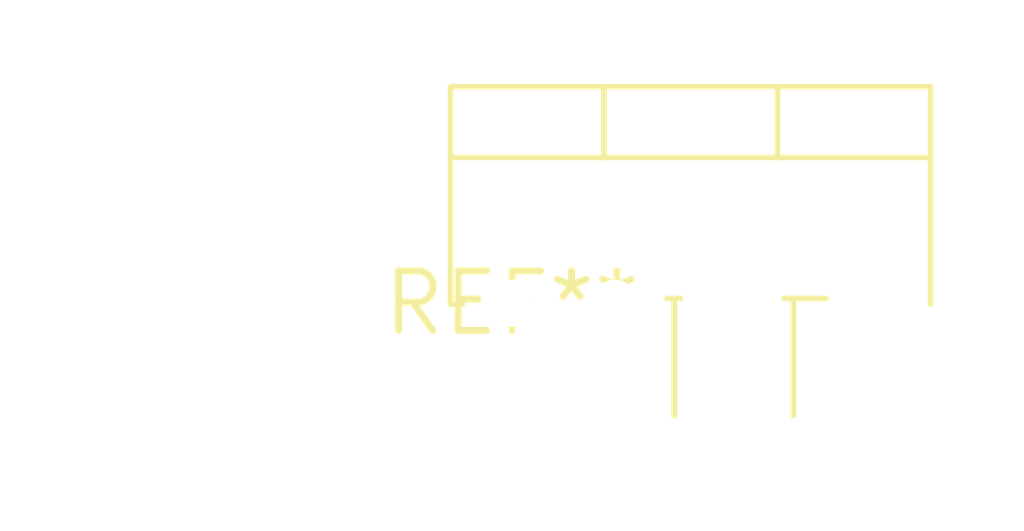
<source format=kicad_pcb>
(kicad_pcb (version 20240108) (generator pcbnew)
  (layers (0 "F.Cu" signal) (31 "B.Cu" signal) (34 "B.Paste" user) (35 "F.Paste" user) (36 "B.SilkS" user "B.Silkscreen") (37 "F.SilkS" user "F.Silkscreen") (38 "B.Mask" user) (39 "F.Mask" user) (44 "Edge.Cuts" user))
  (net 0 "")
  (footprint "Fairchild_TO-220F-6L" (layer "F.Cu") (at 0 0)
    (property "Reference" "REF**")
    (property "Value" "Fairchild_TO-220F-6L")
    (fp_line (start -1.31 -4.62) (end -1.31 0.021) (layer "F.SilkS") (stroke (width 0.12)))
    (fp_line (start -1.31 -4.62) (end 8.93 -4.62) (layer "F.SilkS") (stroke (width 0.12)))
    (fp_line (start -1.31 -3.111) (end 8.93 -3.111) (layer "F.SilkS") (stroke (width 0.12)))
    (fp_line (start -1.31 0.021) (end -1.05 0.021) (layer "F.SilkS") (stroke (width 0.12)))
    (fp_line (start 1.96 -4.62) (end 1.96 -3.111) (layer "F.SilkS") (stroke (width 0.12)))
    (fp_line (start 3.3 -0.1) (end 3.6 -0.1) (layer "F.SilkS") (stroke (width 0.12)))
    (fp_line (start 3.46 2.4) (end 3.46 -0.1) (layer "F.SilkS") (stroke (width 0.12)))
    (fp_line (start 5.66 -4.62) (end 5.66 -3.111) (layer "F.SilkS") (stroke (width 0.12)))
    (fp_line (start 5.8 -0.1) (end 6.7 -0.1) (layer "F.SilkS") (stroke (width 0.12)))
    (fp_line (start 6 -0.1) (end 6 2.4) (layer "F.SilkS") (stroke (width 0.12)))
    (fp_line (start 8.93 -4.62) (end 8.93 0.021) (layer "F.SilkS") (stroke (width 0.12)))
    (pad "1" thru_hole rect (at 0 0) (size 1.8 1.8) (drill 1) (layers *.Cu *.Mask) (remove_unused_layers))
    (pad "2" thru_hole oval (at 2.19 0) (size 1.8 1.8) (drill 1) (layers *.Cu *.Mask) (remove_unused_layers))
    (pad "3" thru_hole oval (at 3.46 3.5) (size 1.8 1.8) (drill 1) (layers *.Cu *.Mask) (remove_unused_layers))
    (pad "4" thru_hole oval (at 4.73 0) (size 1.8 1.8) (drill 1) (layers *.Cu *.Mask) (remove_unused_layers))
    (pad "5" thru_hole oval (at 6 3.5) (size 1.8 1.8) (drill 1) (layers *.Cu *.Mask) (remove_unused_layers))
    (pad "6" thru_hole oval (at 7.75 0) (size 1.8 1.8) (drill 1) (layers *.Cu *.Mask) (remove_unused_layers))
  )
)
</source>
